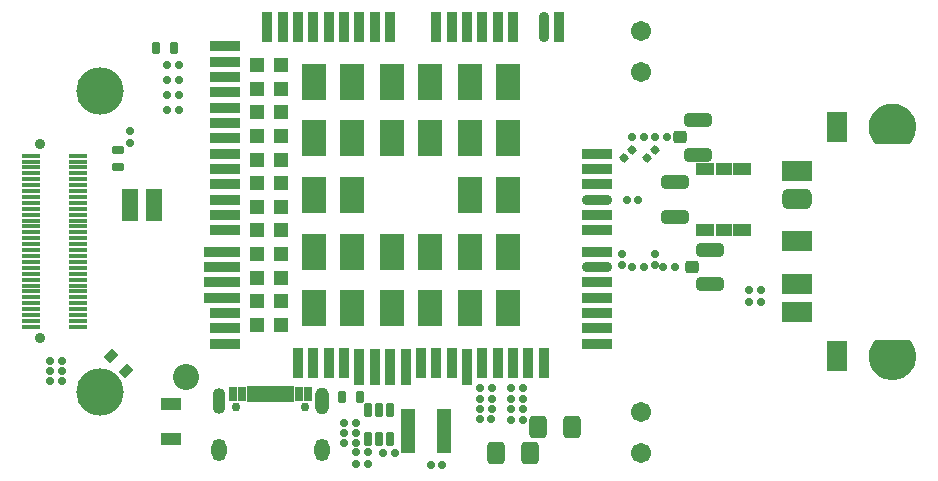
<source format=gbs>
G04*
G04 #@! TF.GenerationSoftware,Altium Limited,Altium Designer,22.2.1 (43)*
G04*
G04 Layer_Color=16711935*
%FSLAX44Y44*%
%MOMM*%
G71*
G04*
G04 #@! TF.SameCoordinates,D676EA34-7746-482F-A41B-9349FDE20BFB*
G04*
G04*
G04 #@! TF.FilePolarity,Negative*
G04*
G01*
G75*
G04:AMPARAMS|DCode=38|XSize=1mm|YSize=0.7mm|CornerRadius=0.17mm|HoleSize=0mm|Usage=FLASHONLY|Rotation=180.000|XOffset=0mm|YOffset=0mm|HoleType=Round|Shape=RoundedRectangle|*
%AMROUNDEDRECTD38*
21,1,1.0000,0.3600,0,0,180.0*
21,1,0.6600,0.7000,0,0,180.0*
1,1,0.3400,-0.3300,0.1800*
1,1,0.3400,0.3300,0.1800*
1,1,0.3400,0.3300,-0.1800*
1,1,0.3400,-0.3300,-0.1800*
%
%ADD38ROUNDEDRECTD38*%
G04:AMPARAMS|DCode=41|XSize=1.2032mm|YSize=0.7032mm|CornerRadius=0.1641mm|HoleSize=0mm|Usage=FLASHONLY|Rotation=270.000|XOffset=0mm|YOffset=0mm|HoleType=Round|Shape=RoundedRectangle|*
%AMROUNDEDRECTD41*
21,1,1.2032,0.3750,0,0,270.0*
21,1,0.8750,0.7032,0,0,270.0*
1,1,0.3282,-0.1875,-0.4375*
1,1,0.3282,-0.1875,0.4375*
1,1,0.3282,0.1875,0.4375*
1,1,0.3282,0.1875,-0.4375*
%
%ADD41ROUNDEDRECTD41*%
%ADD42R,1.2000X3.8000*%
G04:AMPARAMS|DCode=43|XSize=0.7mm|YSize=0.6mm|CornerRadius=0.15mm|HoleSize=0mm|Usage=FLASHONLY|Rotation=90.000|XOffset=0mm|YOffset=0mm|HoleType=Round|Shape=RoundedRectangle|*
%AMROUNDEDRECTD43*
21,1,0.7000,0.3000,0,0,90.0*
21,1,0.4000,0.6000,0,0,90.0*
1,1,0.3000,0.1500,0.2000*
1,1,0.3000,0.1500,-0.2000*
1,1,0.3000,-0.1500,-0.2000*
1,1,0.3000,-0.1500,0.2000*
%
%ADD43ROUNDEDRECTD43*%
G04:AMPARAMS|DCode=46|XSize=0.7mm|YSize=0.6mm|CornerRadius=0.15mm|HoleSize=0mm|Usage=FLASHONLY|Rotation=0.000|XOffset=0mm|YOffset=0mm|HoleType=Round|Shape=RoundedRectangle|*
%AMROUNDEDRECTD46*
21,1,0.7000,0.3000,0,0,0.0*
21,1,0.4000,0.6000,0,0,0.0*
1,1,0.3000,0.2000,-0.1500*
1,1,0.3000,-0.2000,-0.1500*
1,1,0.3000,-0.2000,0.1500*
1,1,0.3000,0.2000,0.1500*
%
%ADD46ROUNDEDRECTD46*%
G04:AMPARAMS|DCode=48|XSize=1mm|YSize=0.7mm|CornerRadius=0.17mm|HoleSize=0mm|Usage=FLASHONLY|Rotation=270.000|XOffset=0mm|YOffset=0mm|HoleType=Round|Shape=RoundedRectangle|*
%AMROUNDEDRECTD48*
21,1,1.0000,0.3600,0,0,270.0*
21,1,0.6600,0.7000,0,0,270.0*
1,1,0.3400,-0.1800,-0.3300*
1,1,0.3400,-0.1800,0.3300*
1,1,0.3400,0.1800,0.3300*
1,1,0.3400,0.1800,-0.3300*
%
%ADD48ROUNDEDRECTD48*%
%ADD50C,1.7033*%
%ADD51C,2.7286*%
%ADD52O,1.1000X2.2001*%
%ADD53O,1.3033X1.9032*%
%ADD54C,0.7500*%
%ADD55O,1.2032X2.3033*%
%ADD56C,4.0032*%
%ADD57C,0.8732*%
G04:AMPARAMS|DCode=109|XSize=1.15mm|YSize=2.35mm|CornerRadius=0.3125mm|HoleSize=0mm|Usage=FLASHONLY|Rotation=90.000|XOffset=0mm|YOffset=0mm|HoleType=Round|Shape=RoundedRectangle|*
%AMROUNDEDRECTD109*
21,1,1.1500,1.7250,0,0,90.0*
21,1,0.5250,2.3500,0,0,90.0*
1,1,0.6250,0.8625,0.2625*
1,1,0.6250,0.8625,-0.2625*
1,1,0.6250,-0.8625,-0.2625*
1,1,0.6250,-0.8625,0.2625*
%
%ADD109ROUNDEDRECTD109*%
G04:AMPARAMS|DCode=110|XSize=1.1mm|YSize=1.15mm|CornerRadius=0.3mm|HoleSize=0mm|Usage=FLASHONLY|Rotation=90.000|XOffset=0mm|YOffset=0mm|HoleType=Round|Shape=RoundedRectangle|*
%AMROUNDEDRECTD110*
21,1,1.1000,0.5500,0,0,90.0*
21,1,0.5000,1.1500,0,0,90.0*
1,1,0.6000,0.2750,0.2500*
1,1,0.6000,0.2750,-0.2500*
1,1,0.6000,-0.2750,-0.2500*
1,1,0.6000,-0.2750,0.2500*
%
%ADD110ROUNDEDRECTD110*%
%ADD111R,2.5032X1.7032*%
G04:AMPARAMS|DCode=112|XSize=1.7032mm|YSize=2.5032mm|CornerRadius=0.4766mm|HoleSize=0mm|Usage=FLASHONLY|Rotation=90.000|XOffset=0mm|YOffset=0mm|HoleType=Round|Shape=RoundedRectangle|*
%AMROUNDEDRECTD112*
21,1,1.7032,1.5500,0,0,90.0*
21,1,0.7500,2.5032,0,0,90.0*
1,1,0.9532,0.7750,0.3750*
1,1,0.9532,0.7750,-0.3750*
1,1,0.9532,-0.7750,-0.3750*
1,1,0.9532,-0.7750,0.3750*
%
%ADD112ROUNDEDRECTD112*%
%ADD113R,1.7032X2.5032*%
G04:AMPARAMS|DCode=114|XSize=1.0032mm|YSize=0.8032mm|CornerRadius=0mm|HoleSize=0mm|Usage=FLASHONLY|Rotation=45.000|XOffset=0mm|YOffset=0mm|HoleType=Round|Shape=Rectangle|*
%AMROTATEDRECTD114*
4,1,4,-0.0707,-0.6387,-0.6387,-0.0707,0.0707,0.6387,0.6387,0.0707,-0.0707,-0.6387,0.0*
%
%ADD114ROTATEDRECTD114*%

%ADD115C,2.2032*%
%ADD116R,1.6032X1.0032*%
%ADD117R,1.4532X1.0032*%
G04:AMPARAMS|DCode=118|XSize=0.7mm|YSize=0.6mm|CornerRadius=0.15mm|HoleSize=0mm|Usage=FLASHONLY|Rotation=315.000|XOffset=0mm|YOffset=0mm|HoleType=Round|Shape=RoundedRectangle|*
%AMROUNDEDRECTD118*
21,1,0.7000,0.3000,0,0,315.0*
21,1,0.4000,0.6000,0,0,315.0*
1,1,0.3000,0.0354,-0.2475*
1,1,0.3000,-0.2475,0.0354*
1,1,0.3000,-0.0354,0.2475*
1,1,0.3000,0.2475,-0.0354*
%
%ADD118ROUNDEDRECTD118*%
%ADD119R,0.7000X1.2999*%
%ADD120R,0.5032X1.4031*%
G04:AMPARAMS|DCode=121|XSize=1.92mm|YSize=1.45mm|CornerRadius=0.32mm|HoleSize=0mm|Usage=FLASHONLY|Rotation=270.000|XOffset=0mm|YOffset=0mm|HoleType=Round|Shape=RoundedRectangle|*
%AMROUNDEDRECTD121*
21,1,1.9200,0.8100,0,0,270.0*
21,1,1.2800,1.4500,0,0,270.0*
1,1,0.6400,-0.4050,-0.6400*
1,1,0.6400,-0.4050,0.6400*
1,1,0.6400,0.4050,0.6400*
1,1,0.6400,0.4050,-0.6400*
%
%ADD121ROUNDEDRECTD121*%
%ADD122R,1.2000X1.2000*%
%ADD123R,2.1000X3.1000*%
%ADD124R,0.9000X2.6000*%
%ADD125R,0.9000X3.1480*%
%ADD126R,2.6000X0.9000*%
G04:AMPARAMS|DCode=127|XSize=2.6mm|YSize=0.9mm|CornerRadius=0.45mm|HoleSize=0mm|Usage=FLASHONLY|Rotation=0.000|XOffset=0mm|YOffset=0mm|HoleType=Round|Shape=RoundedRectangle|*
%AMROUNDEDRECTD127*
21,1,2.6000,0.0000,0,0,0.0*
21,1,1.7000,0.9000,0,0,0.0*
1,1,0.9000,0.8500,0.0000*
1,1,0.9000,-0.8500,0.0000*
1,1,0.9000,-0.8500,0.0000*
1,1,0.9000,0.8500,0.0000*
%
%ADD127ROUNDEDRECTD127*%
G04:AMPARAMS|DCode=128|XSize=2.6mm|YSize=0.9mm|CornerRadius=0.45mm|HoleSize=0mm|Usage=FLASHONLY|Rotation=270.000|XOffset=0mm|YOffset=0mm|HoleType=Round|Shape=RoundedRectangle|*
%AMROUNDEDRECTD128*
21,1,2.6000,0.0000,0,0,270.0*
21,1,1.7000,0.9000,0,0,270.0*
1,1,0.9000,0.0000,-0.8500*
1,1,0.9000,0.0000,0.8500*
1,1,0.9000,0.0000,0.8500*
1,1,0.9000,0.0000,-0.8500*
%
%ADD128ROUNDEDRECTD128*%
%ADD129R,3.1480X0.9000*%
%ADD130R,1.5032X0.4532*%
%ADD131R,1.4531X2.7432*%
%ADD132R,1.8000X1.0000*%
G36*
X685155Y44390D02*
X685174Y44391D01*
X685186Y44389D01*
X685201Y44389D01*
X685234Y44385D01*
X685268Y44383D01*
X685288Y44379D01*
X685306Y44377D01*
X685319Y44374D01*
X685333Y44372D01*
X685366Y44363D01*
X685399Y44357D01*
X685418Y44350D01*
X685436Y44346D01*
X685447Y44341D01*
X685462Y44338D01*
X685493Y44325D01*
X685525Y44314D01*
X685543Y44305D01*
X685560Y44298D01*
X685571Y44292D01*
X685585Y44287D01*
X685614Y44270D01*
X685644Y44255D01*
X685661Y44244D01*
X685677Y44235D01*
X685687Y44228D01*
X685700Y44220D01*
X685727Y44200D01*
X685755Y44181D01*
X685770Y44168D01*
X685785Y44157D01*
X685794Y44148D01*
X685806Y44139D01*
X685830Y44115D01*
X685855Y44093D01*
X685869Y44078D01*
X685882Y44065D01*
X686501Y43397D01*
X686532Y43359D01*
X686564Y43322D01*
X687669Y41874D01*
X687696Y41833D01*
X687724Y41794D01*
X688685Y40246D01*
X688708Y40203D01*
X688733Y40161D01*
X689541Y38528D01*
X689560Y38483D01*
X689580Y38439D01*
X690229Y36737D01*
X690243Y36690D01*
X690259Y36644D01*
X690742Y34887D01*
X690752Y34840D01*
X690764Y34792D01*
X691076Y32998D01*
X691081Y32949D01*
X691088Y32901D01*
X691228Y31084D01*
X691229Y31036D01*
X691231Y30987D01*
X691196Y29165D01*
X691192Y29117D01*
X691189Y29068D01*
X690981Y27258D01*
X690972Y27210D01*
X690965Y27162D01*
X690584Y25381D01*
X690571Y25334D01*
X690559Y25286D01*
X690009Y23549D01*
X689992Y23504D01*
X689976Y23458D01*
X689262Y21782D01*
X689240Y21738D01*
X689220Y21694D01*
X688349Y20094D01*
X688323Y20052D01*
X688299Y20010D01*
X687279Y18500D01*
X687249Y18462D01*
X687221Y18422D01*
X686062Y17017D01*
X686028Y16981D01*
X685996Y16945D01*
X685352Y16301D01*
X685352Y16301D01*
X684692Y15641D01*
X684655Y15608D01*
X684618Y15574D01*
X683175Y14389D01*
X683135Y14360D01*
X683095Y14330D01*
X681543Y13293D01*
X681500Y13268D01*
X681457Y13241D01*
X679811Y12361D01*
X679765Y12341D01*
X679721Y12319D01*
X677996Y11604D01*
X677949Y11588D01*
X677902Y11571D01*
X676116Y11029D01*
X676067Y11017D01*
X676019Y11004D01*
X674188Y10640D01*
X674138Y10634D01*
X674089Y10626D01*
X672231Y10443D01*
X672181Y10441D01*
X672131Y10438D01*
X670265Y10438D01*
X670215Y10441D01*
X670165Y10443D01*
X668307Y10626D01*
X668258Y10634D01*
X668208Y10641D01*
X666378Y11005D01*
X666329Y11018D01*
X666281Y11029D01*
X664494Y11571D01*
X664448Y11589D01*
X664400Y11605D01*
X662676Y12320D01*
X662631Y12342D01*
X662586Y12362D01*
X660939Y13243D01*
X660897Y13269D01*
X660854Y13294D01*
X659302Y14331D01*
X659262Y14362D01*
X659221Y14391D01*
X657779Y15575D01*
X657743Y15609D01*
X657705Y15643D01*
X657045Y16303D01*
X656401Y16947D01*
X656369Y16984D01*
X656335Y17019D01*
X655176Y18424D01*
X655148Y18464D01*
X655118Y18502D01*
X654099Y20012D01*
X654074Y20054D01*
X654048Y20096D01*
X653178Y21696D01*
X653158Y21740D01*
X653136Y21784D01*
X652423Y23460D01*
X652407Y23506D01*
X652389Y23551D01*
X651839Y25288D01*
X651828Y25335D01*
X651814Y25382D01*
X651434Y27164D01*
X651427Y27213D01*
X651418Y27260D01*
X651209Y29070D01*
X651207Y29118D01*
X651203Y29167D01*
X651168Y30988D01*
X651171Y31037D01*
X651171Y31086D01*
X651311Y32902D01*
X651318Y32950D01*
X651323Y32999D01*
X651636Y34794D01*
X651647Y34841D01*
X651657Y34889D01*
X652140Y36645D01*
X652156Y36691D01*
X652171Y36738D01*
X652820Y38440D01*
X652840Y38484D01*
X652859Y38529D01*
X653667Y40161D01*
X653692Y40204D01*
X653715Y40247D01*
X654676Y41794D01*
X654704Y41834D01*
X654731Y41874D01*
X655836Y43323D01*
X655868Y43360D01*
X655899Y43397D01*
X656518Y44065D01*
X656532Y44079D01*
X656545Y44093D01*
X656581Y44124D01*
X656615Y44157D01*
X656630Y44168D01*
X656645Y44181D01*
X656684Y44207D01*
X656723Y44235D01*
X656740Y44244D01*
X656756Y44255D01*
X656798Y44276D01*
X656840Y44298D01*
X656858Y44305D01*
X656875Y44314D01*
X656920Y44329D01*
X656964Y44346D01*
X656983Y44350D01*
X657001Y44357D01*
X657048Y44366D01*
X657094Y44377D01*
X657113Y44379D01*
X657132Y44383D01*
X657179Y44386D01*
X657226Y44391D01*
X657246Y44390D01*
X657265Y44391D01*
X685135Y44391D01*
X685155Y44390D01*
D02*
G37*
G36*
X672180Y244473D02*
X672230Y244471D01*
X674088Y244288D01*
X674138Y244280D01*
X674187Y244274D01*
X676019Y243910D01*
X676067Y243897D01*
X676115Y243885D01*
X677902Y243344D01*
X677949Y243326D01*
X677997Y243310D01*
X679722Y242595D01*
X679766Y242573D01*
X679812Y242553D01*
X681459Y241673D01*
X681501Y241646D01*
X681544Y241621D01*
X683097Y240584D01*
X683137Y240553D01*
X683177Y240524D01*
X684621Y239340D01*
X684657Y239306D01*
X684695Y239273D01*
X685355Y238613D01*
X685355Y238612D01*
X686002Y237966D01*
X686034Y237929D01*
X686068Y237894D01*
X687231Y236482D01*
X687259Y236443D01*
X687289Y236404D01*
X688311Y234887D01*
X688336Y234845D01*
X688362Y234803D01*
X689234Y233195D01*
X689254Y233151D01*
X689276Y233107D01*
X689989Y231423D01*
X690005Y231377D01*
X690023Y231331D01*
X690572Y229587D01*
X690583Y229539D01*
X690596Y229492D01*
X690975Y227703D01*
X690982Y227654D01*
X690990Y227606D01*
X691195Y225788D01*
X691197Y225740D01*
X691201Y225691D01*
X691230Y223862D01*
X691228Y223813D01*
X691227Y223764D01*
X691080Y221941D01*
X691073Y221893D01*
X691068Y221844D01*
X690747Y220044D01*
X690735Y219996D01*
X690725Y219948D01*
X690233Y218187D01*
X690216Y218140D01*
X690202Y218094D01*
X689543Y216388D01*
X689522Y216344D01*
X689503Y216299D01*
X688683Y214664D01*
X688658Y214622D01*
X688635Y214579D01*
X687662Y213030D01*
X687633Y212991D01*
X687606Y212950D01*
X686488Y211502D01*
X686456Y211465D01*
X686424Y211428D01*
X685799Y210761D01*
X685787Y210750D01*
X685776Y210737D01*
X685739Y210704D01*
X685702Y210670D01*
X685688Y210660D01*
X685676Y210650D01*
X685634Y210622D01*
X685593Y210592D01*
X685579Y210585D01*
X685565Y210576D01*
X685520Y210553D01*
X685476Y210530D01*
X685461Y210524D01*
X685446Y210517D01*
X685398Y210501D01*
X685351Y210483D01*
X685335Y210479D01*
X685320Y210474D01*
X685270Y210464D01*
X685221Y210453D01*
X685205Y210451D01*
X685189Y210448D01*
X685139Y210445D01*
X685089Y210440D01*
X685072Y210440D01*
X685056Y210439D01*
X657344Y210439D01*
X657328Y210440D01*
X657311Y210440D01*
X657297Y210441D01*
X657283Y210441D01*
X657246Y210446D01*
X657211Y210448D01*
X657195Y210451D01*
X657179Y210453D01*
X657165Y210456D01*
X657151Y210458D01*
X657115Y210467D01*
X657080Y210474D01*
X657065Y210479D01*
X657049Y210483D01*
X657036Y210488D01*
X657022Y210492D01*
X656988Y210505D01*
X656954Y210517D01*
X656940Y210524D01*
X656925Y210530D01*
X656912Y210536D01*
X656898Y210542D01*
X656866Y210560D01*
X656835Y210576D01*
X656822Y210584D01*
X656807Y210592D01*
X656795Y210601D01*
X656783Y210608D01*
X656753Y210630D01*
X656724Y210650D01*
X656712Y210660D01*
X656699Y210670D01*
X656688Y210679D01*
X656677Y210688D01*
X656650Y210714D01*
X656624Y210737D01*
X656614Y210749D01*
X656601Y210761D01*
X655976Y211427D01*
X655945Y211465D01*
X655912Y211502D01*
X654795Y212949D01*
X654768Y212990D01*
X654739Y213029D01*
X653765Y214577D01*
X653742Y214621D01*
X653717Y214663D01*
X652897Y216297D01*
X652878Y216342D01*
X652857Y216386D01*
X652198Y218092D01*
X652183Y218138D01*
X652167Y218185D01*
X651674Y219946D01*
X651664Y219994D01*
X651653Y220041D01*
X651331Y221841D01*
X651326Y221890D01*
X651319Y221938D01*
X651172Y223761D01*
X651171Y223810D01*
X651169Y223859D01*
X651197Y225687D01*
X651201Y225736D01*
X651204Y225785D01*
X651408Y227602D01*
X651417Y227650D01*
X651423Y227699D01*
X651801Y229488D01*
X651815Y229535D01*
X651826Y229582D01*
X652374Y231327D01*
X652392Y231372D01*
X652408Y231419D01*
X653121Y233103D01*
X653143Y233146D01*
X653163Y233191D01*
X654035Y234798D01*
X654061Y234840D01*
X654085Y234882D01*
X655107Y236399D01*
X655137Y236437D01*
X655165Y236477D01*
X656328Y237889D01*
X656361Y237924D01*
X656394Y237961D01*
X657040Y238608D01*
X657040Y238608D01*
X657700Y239268D01*
X657738Y239301D01*
X657774Y239335D01*
X659217Y240520D01*
X659258Y240549D01*
X659297Y240580D01*
X660850Y241618D01*
X660893Y241642D01*
X660935Y241669D01*
X662582Y242550D01*
X662627Y242570D01*
X662672Y242592D01*
X664397Y243307D01*
X664444Y243323D01*
X664491Y243341D01*
X666278Y243883D01*
X666326Y243895D01*
X666375Y243908D01*
X668206Y244272D01*
X668255Y244279D01*
X668305Y244287D01*
X670163Y244471D01*
X670213Y244472D01*
X670263Y244475D01*
X672130Y244476D01*
X672180Y244473D01*
D02*
G37*
D38*
X15481Y205439D02*
D03*
Y190439D02*
D03*
D41*
X227000Y-15342D02*
D03*
X236500D02*
D03*
X246000D02*
D03*
X227000Y-39342D02*
D03*
X236500D02*
D03*
X246000D02*
D03*
D42*
X261300Y-32342D02*
D03*
X291300D02*
D03*
D43*
X450969Y106091D02*
D03*
X460969D02*
D03*
X332032Y-5298D02*
D03*
X322032D02*
D03*
X477416Y105977D02*
D03*
X487416D02*
D03*
X332032Y3320D02*
D03*
X322032D02*
D03*
X456131Y163055D02*
D03*
X446131D02*
D03*
X-42189Y9429D02*
D03*
X-32189D02*
D03*
X-32189Y17757D02*
D03*
X-42189D02*
D03*
X-32071Y26172D02*
D03*
X-42071D02*
D03*
X461110Y215758D02*
D03*
X451110D02*
D03*
X480010Y215848D02*
D03*
X470010D02*
D03*
X321645Y-22533D02*
D03*
X331645D02*
D03*
X358598Y-23012D02*
D03*
X348598D02*
D03*
X358598Y3320D02*
D03*
X348598D02*
D03*
X358598Y-14235D02*
D03*
X348598D02*
D03*
X358598Y-5457D02*
D03*
X348598D02*
D03*
X322032Y-13915D02*
D03*
X332032D02*
D03*
X217287Y-25957D02*
D03*
X207287D02*
D03*
Y-34285D02*
D03*
X217287D02*
D03*
X249744Y-51519D02*
D03*
X239744D02*
D03*
X217287Y-42822D02*
D03*
X207287D02*
D03*
X290300Y-61568D02*
D03*
X280300D02*
D03*
X57121Y238810D02*
D03*
X67121D02*
D03*
X57121Y251383D02*
D03*
X67121D02*
D03*
X57121Y264337D02*
D03*
X67121D02*
D03*
X57121Y277545D02*
D03*
X67121D02*
D03*
D46*
X559661Y76756D02*
D03*
Y86756D02*
D03*
X549557Y76756D02*
D03*
Y86756D02*
D03*
X442246Y107518D02*
D03*
Y117518D02*
D03*
X470080Y107518D02*
D03*
Y117518D02*
D03*
X217287Y-50658D02*
D03*
Y-60658D02*
D03*
X227317Y-60484D02*
D03*
Y-50484D02*
D03*
X25950Y211328D02*
D03*
Y221328D02*
D03*
D48*
X220116Y-3955D02*
D03*
X205116D02*
D03*
X62763Y291769D02*
D03*
X47763D02*
D03*
D50*
X458200Y-16249D02*
D03*
Y-51250D02*
D03*
Y270912D02*
D03*
Y305913D02*
D03*
D51*
X671200Y30458D02*
D03*
Y224458D02*
D03*
D52*
X101488Y-7055D02*
D03*
D53*
Y-48855D02*
D03*
X187990D02*
D03*
D54*
X115839Y-12056D02*
D03*
X173639D02*
D03*
D55*
X187990Y-7055D02*
D03*
D56*
X0Y0D02*
D03*
X0Y255258D02*
D03*
D57*
X-50405Y209897D02*
D03*
Y45897D02*
D03*
D109*
X506770Y201198D02*
D03*
Y230698D02*
D03*
X517066Y120868D02*
D03*
Y91368D02*
D03*
X487003Y148396D02*
D03*
Y177896D02*
D03*
D110*
X491520Y215947D02*
D03*
X501815Y106117D02*
D03*
D111*
X590735Y68050D02*
D03*
Y91750D02*
D03*
Y127750D02*
D03*
Y187450D02*
D03*
D112*
Y163750D02*
D03*
D113*
X624265Y30470D02*
D03*
Y224530D02*
D03*
D114*
X21997Y18345D02*
D03*
X9976Y30366D02*
D03*
D115*
X72755Y12738D02*
D03*
D116*
X543843Y137234D02*
D03*
X512743D02*
D03*
X543843Y189055D02*
D03*
X512743D02*
D03*
D117*
X528293Y137234D02*
D03*
Y189055D02*
D03*
D118*
X463182Y198352D02*
D03*
X470253Y205423D02*
D03*
X450985Y205263D02*
D03*
X443914Y198192D02*
D03*
D119*
X112740Y-1406D02*
D03*
X120739D02*
D03*
X168740D02*
D03*
X176738D02*
D03*
D120*
X127239D02*
D03*
X132240D02*
D03*
X137239D02*
D03*
X142240D02*
D03*
X147239D02*
D03*
X152240D02*
D03*
X157239D02*
D03*
X162240D02*
D03*
D121*
X399825Y-29609D02*
D03*
X370825D02*
D03*
X335500Y-51525D02*
D03*
X364500D02*
D03*
D122*
X133505Y277055D02*
D03*
Y257055D02*
D03*
Y237055D02*
D03*
Y217055D02*
D03*
Y197055D02*
D03*
Y177055D02*
D03*
Y157055D02*
D03*
Y137055D02*
D03*
Y117055D02*
D03*
Y97055D02*
D03*
Y77055D02*
D03*
Y57055D02*
D03*
X153505Y277055D02*
D03*
Y257055D02*
D03*
Y237055D02*
D03*
Y217055D02*
D03*
Y197055D02*
D03*
Y177055D02*
D03*
Y157055D02*
D03*
Y137055D02*
D03*
Y117055D02*
D03*
Y77055D02*
D03*
Y57055D02*
D03*
Y97055D02*
D03*
D123*
X181505Y263055D02*
D03*
Y215055D02*
D03*
Y167055D02*
D03*
Y119055D02*
D03*
Y71055D02*
D03*
X213505Y263055D02*
D03*
Y215055D02*
D03*
Y167055D02*
D03*
Y119055D02*
D03*
Y71055D02*
D03*
X247505Y263055D02*
D03*
Y215055D02*
D03*
Y119055D02*
D03*
Y71055D02*
D03*
X279505Y263055D02*
D03*
Y215055D02*
D03*
Y119055D02*
D03*
Y71055D02*
D03*
X313505Y263055D02*
D03*
Y215055D02*
D03*
Y167055D02*
D03*
Y119055D02*
D03*
Y71055D02*
D03*
X345505Y263055D02*
D03*
Y215055D02*
D03*
Y167055D02*
D03*
Y119055D02*
D03*
Y71055D02*
D03*
D124*
X168005Y24555D02*
D03*
X181005D02*
D03*
X194005D02*
D03*
X207005D02*
D03*
X272005D02*
D03*
X285005D02*
D03*
X298005D02*
D03*
X324005D02*
D03*
X337005D02*
D03*
X350005D02*
D03*
X363005D02*
D03*
X376005D02*
D03*
X389005Y309555D02*
D03*
X350005D02*
D03*
X337005D02*
D03*
X324005D02*
D03*
X311005D02*
D03*
X298005D02*
D03*
X285005D02*
D03*
X246005D02*
D03*
X233005D02*
D03*
X220005D02*
D03*
X207005D02*
D03*
X194005D02*
D03*
X181005D02*
D03*
X168005D02*
D03*
X155005D02*
D03*
X142005D02*
D03*
D125*
X220005Y21767D02*
D03*
X233005D02*
D03*
X246005D02*
D03*
X259005D02*
D03*
X311005D02*
D03*
D126*
X421005Y41055D02*
D03*
Y54055D02*
D03*
Y67055D02*
D03*
Y80055D02*
D03*
Y93055D02*
D03*
Y119055D02*
D03*
Y137055D02*
D03*
Y150055D02*
D03*
Y176055D02*
D03*
Y189055D02*
D03*
Y202055D02*
D03*
X106005Y293055D02*
D03*
Y280055D02*
D03*
Y267055D02*
D03*
Y254055D02*
D03*
Y241055D02*
D03*
Y228055D02*
D03*
Y215055D02*
D03*
Y202055D02*
D03*
Y189055D02*
D03*
Y176055D02*
D03*
Y163055D02*
D03*
Y150055D02*
D03*
Y137055D02*
D03*
Y67055D02*
D03*
Y54055D02*
D03*
Y41055D02*
D03*
D127*
X421005Y106055D02*
D03*
Y163055D02*
D03*
D128*
X376005Y309555D02*
D03*
D129*
X103465Y119055D02*
D03*
Y106055D02*
D03*
Y93055D02*
D03*
Y80055D02*
D03*
D130*
X-57905Y125397D02*
D03*
Y115397D02*
D03*
Y105397D02*
D03*
Y95397D02*
D03*
Y85397D02*
D03*
X-17905Y55397D02*
D03*
X-57905Y135397D02*
D03*
Y145397D02*
D03*
Y140397D02*
D03*
Y130397D02*
D03*
Y120397D02*
D03*
Y110397D02*
D03*
Y100397D02*
D03*
Y90397D02*
D03*
Y80397D02*
D03*
X-17905Y145397D02*
D03*
Y135397D02*
D03*
Y125397D02*
D03*
Y115397D02*
D03*
Y140397D02*
D03*
Y130397D02*
D03*
Y120397D02*
D03*
Y110397D02*
D03*
Y105397D02*
D03*
Y100397D02*
D03*
Y95397D02*
D03*
Y90397D02*
D03*
Y85397D02*
D03*
Y80397D02*
D03*
Y75397D02*
D03*
Y70397D02*
D03*
Y65397D02*
D03*
Y60397D02*
D03*
X-57905Y55397D02*
D03*
Y60397D02*
D03*
Y65397D02*
D03*
Y70397D02*
D03*
Y75397D02*
D03*
Y150397D02*
D03*
X-17905Y150397D02*
D03*
X-57905Y175397D02*
D03*
Y165397D02*
D03*
Y155397D02*
D03*
Y195397D02*
D03*
Y200397D02*
D03*
Y190397D02*
D03*
Y180397D02*
D03*
Y170397D02*
D03*
Y160397D02*
D03*
X-17905Y195397D02*
D03*
Y185397D02*
D03*
Y175397D02*
D03*
Y165397D02*
D03*
Y200397D02*
D03*
Y190397D02*
D03*
Y180397D02*
D03*
Y170397D02*
D03*
Y160397D02*
D03*
Y155397D02*
D03*
X-57905Y185397D02*
D03*
D131*
X26061Y158469D02*
D03*
X46061D02*
D03*
D132*
X60604Y-39271D02*
D03*
Y-10271D02*
D03*
M02*

</source>
